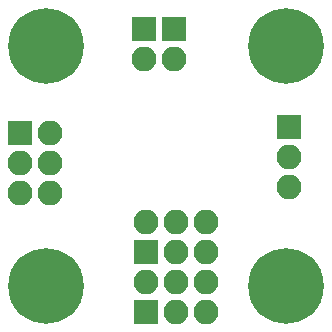
<source format=gbr>
%TF.GenerationSoftware,KiCad,Pcbnew,7.0.7-7.0.7~ubuntu23.04.1*%
%TF.CreationDate,2023-10-04T14:04:52+00:00*%
%TF.ProjectId,STEPBUBODC01,53544550-4255-4424-9f44-4330312e6b69,rev?*%
%TF.SameCoordinates,Original*%
%TF.FileFunction,Soldermask,Top*%
%TF.FilePolarity,Negative*%
%FSLAX46Y46*%
G04 Gerber Fmt 4.6, Leading zero omitted, Abs format (unit mm)*
G04 Created by KiCad (PCBNEW 7.0.7-7.0.7~ubuntu23.04.1) date 2023-10-04 14:04:52*
%MOMM*%
%LPD*%
G01*
G04 APERTURE LIST*
G04 Aperture macros list*
%AMRoundRect*
0 Rectangle with rounded corners*
0 $1 Rounding radius*
0 $2 $3 $4 $5 $6 $7 $8 $9 X,Y pos of 4 corners*
0 Add a 4 corners polygon primitive as box body*
4,1,4,$2,$3,$4,$5,$6,$7,$8,$9,$2,$3,0*
0 Add four circle primitives for the rounded corners*
1,1,$1+$1,$2,$3*
1,1,$1+$1,$4,$5*
1,1,$1+$1,$6,$7*
1,1,$1+$1,$8,$9*
0 Add four rect primitives between the rounded corners*
20,1,$1+$1,$2,$3,$4,$5,0*
20,1,$1+$1,$4,$5,$6,$7,0*
20,1,$1+$1,$6,$7,$8,$9,0*
20,1,$1+$1,$8,$9,$2,$3,0*%
G04 Aperture macros list end*
%ADD10RoundRect,0.200000X-0.850000X-0.850000X0.850000X-0.850000X0.850000X0.850000X-0.850000X0.850000X0*%
%ADD11O,2.100000X2.100000*%
%ADD12C,6.400000*%
%ADD13RoundRect,0.200000X0.850000X-0.850000X0.850000X0.850000X-0.850000X0.850000X-0.850000X-0.850000X0*%
G04 APERTURE END LIST*
D10*
%TO.C,JP4*%
X30700000Y23650000D03*
D11*
X30700000Y21110000D03*
X30700000Y18570000D03*
%TD*%
D10*
%TO.C,J2*%
X7960000Y23140000D03*
D11*
X10500000Y23140000D03*
X7960000Y20600000D03*
X10500000Y20600000D03*
X7960000Y18060000D03*
X10500000Y18060000D03*
%TD*%
D12*
%TO.C,H3*%
X10160001Y10160000D03*
%TD*%
%TO.C,H4*%
X30480001Y10160000D03*
%TD*%
D10*
%TO.C,JP2*%
X18450000Y31925000D03*
D11*
X18450000Y29385000D03*
%TD*%
D12*
%TO.C,H2*%
X30480001Y30480000D03*
%TD*%
D13*
%TO.C,J5*%
X18625000Y7980000D03*
D11*
X18625000Y10520000D03*
X21165000Y7980000D03*
X21165000Y10520000D03*
X23705000Y7980000D03*
X23705000Y10520000D03*
%TD*%
D10*
%TO.C,JP1*%
X20990000Y31925000D03*
D11*
X20990000Y29385000D03*
%TD*%
D12*
%TO.C,H1*%
X10160001Y30480000D03*
%TD*%
D13*
%TO.C,J6*%
X18625000Y13060000D03*
D11*
X18625000Y15600000D03*
X21165000Y13060000D03*
X21165000Y15600000D03*
X23705000Y13060000D03*
X23705000Y15600000D03*
%TD*%
M02*

</source>
